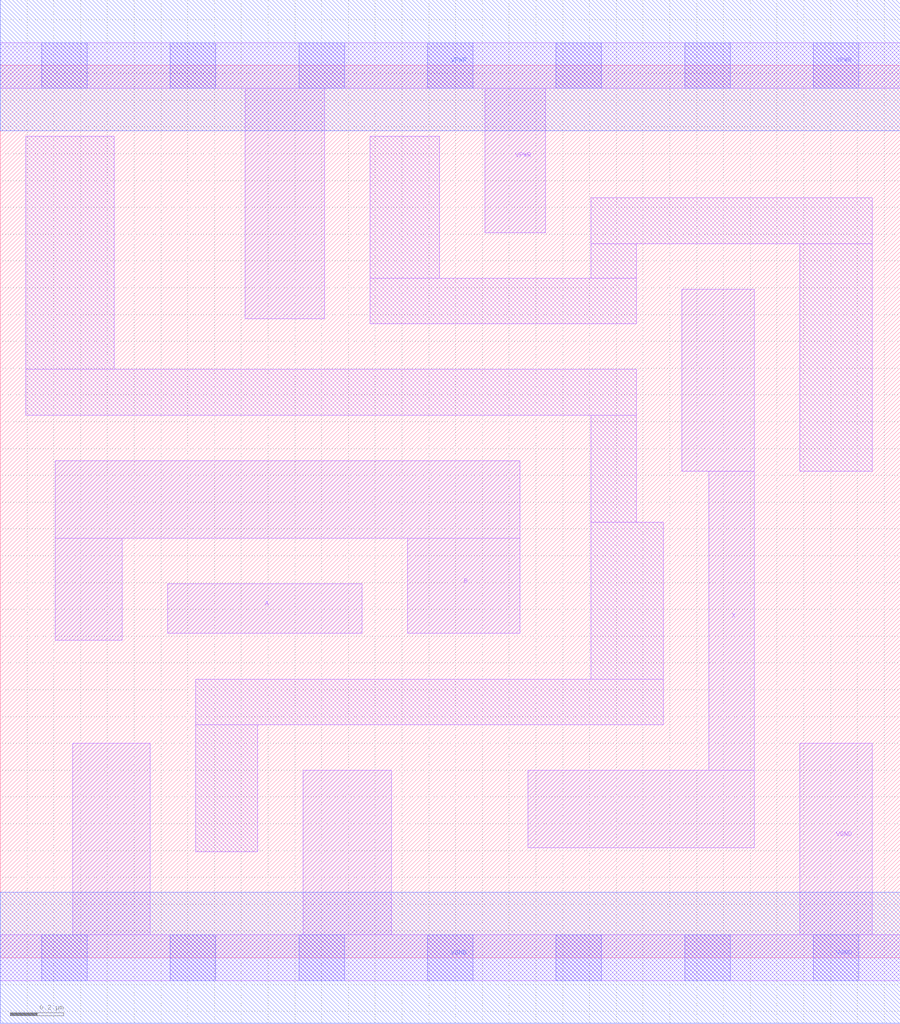
<source format=lef>
# Copyright 2020 The SkyWater PDK Authors
#
# Licensed under the Apache License, Version 2.0 (the "License");
# you may not use this file except in compliance with the License.
# You may obtain a copy of the License at
#
#     https://www.apache.org/licenses/LICENSE-2.0
#
# Unless required by applicable law or agreed to in writing, software
# distributed under the License is distributed on an "AS IS" BASIS,
# WITHOUT WARRANTIES OR CONDITIONS OF ANY KIND, either express or implied.
# See the License for the specific language governing permissions and
# limitations under the License.
#
# SPDX-License-Identifier: Apache-2.0

VERSION 5.7 ;
  NAMESCASESENSITIVE ON ;
  NOWIREEXTENSIONATPIN ON ;
  DIVIDERCHAR "/" ;
  BUSBITCHARS "[]" ;
UNITS
  DATABASE MICRONS 200 ;
END UNITS
MACRO sky130_fd_sc_lp__xor2_0
  CLASS CORE ;
  SOURCE USER ;
  FOREIGN sky130_fd_sc_lp__xor2_0 ;
  ORIGIN  0.000000  0.000000 ;
  SIZE  3.360000 BY  3.330000 ;
  SYMMETRY X Y R90 ;
  SITE unit ;
  PIN A
    ANTENNAGATEAREA  0.318000 ;
    DIRECTION INPUT ;
    USE SIGNAL ;
    PORT
      LAYER li1 ;
        RECT 0.625000 1.210000 1.350000 1.395000 ;
    END
  END A
  PIN B
    ANTENNAGATEAREA  0.318000 ;
    DIRECTION INPUT ;
    USE SIGNAL ;
    PORT
      LAYER li1 ;
        RECT 0.205000 1.185000 0.455000 1.565000 ;
        RECT 0.205000 1.565000 1.940000 1.855000 ;
        RECT 1.520000 1.210000 1.940000 1.565000 ;
    END
  END B
  PIN X
    ANTENNADIFFAREA  0.516100 ;
    DIRECTION OUTPUT ;
    USE SIGNAL ;
    PORT
      LAYER li1 ;
        RECT 1.970000 0.410000 2.815000 0.700000 ;
        RECT 2.545000 1.815000 2.815000 2.495000 ;
        RECT 2.645000 0.700000 2.815000 1.815000 ;
    END
  END X
  PIN VGND
    DIRECTION INOUT ;
    USE GROUND ;
    PORT
      LAYER li1 ;
        RECT 0.000000 -0.085000 3.360000 0.085000 ;
        RECT 0.270000  0.085000 0.560000 0.800000 ;
        RECT 1.130000  0.085000 1.460000 0.700000 ;
        RECT 2.985000  0.085000 3.255000 0.800000 ;
      LAYER mcon ;
        RECT 0.155000 -0.085000 0.325000 0.085000 ;
        RECT 0.635000 -0.085000 0.805000 0.085000 ;
        RECT 1.115000 -0.085000 1.285000 0.085000 ;
        RECT 1.595000 -0.085000 1.765000 0.085000 ;
        RECT 2.075000 -0.085000 2.245000 0.085000 ;
        RECT 2.555000 -0.085000 2.725000 0.085000 ;
        RECT 3.035000 -0.085000 3.205000 0.085000 ;
      LAYER met1 ;
        RECT 0.000000 -0.245000 3.360000 0.245000 ;
    END
  END VGND
  PIN VPWR
    DIRECTION INOUT ;
    USE POWER ;
    PORT
      LAYER li1 ;
        RECT 0.000000 3.245000 3.360000 3.415000 ;
        RECT 0.915000 2.385000 1.210000 3.245000 ;
        RECT 1.810000 2.705000 2.035000 3.245000 ;
      LAYER mcon ;
        RECT 0.155000 3.245000 0.325000 3.415000 ;
        RECT 0.635000 3.245000 0.805000 3.415000 ;
        RECT 1.115000 3.245000 1.285000 3.415000 ;
        RECT 1.595000 3.245000 1.765000 3.415000 ;
        RECT 2.075000 3.245000 2.245000 3.415000 ;
        RECT 2.555000 3.245000 2.725000 3.415000 ;
        RECT 3.035000 3.245000 3.205000 3.415000 ;
      LAYER met1 ;
        RECT 0.000000 3.085000 3.360000 3.575000 ;
    END
  END VPWR
  OBS
    LAYER li1 ;
      RECT 0.095000 2.025000 2.375000 2.195000 ;
      RECT 0.095000 2.195000 0.425000 3.065000 ;
      RECT 0.730000 0.395000 0.960000 0.870000 ;
      RECT 0.730000 0.870000 2.475000 1.040000 ;
      RECT 1.380000 2.365000 2.375000 2.535000 ;
      RECT 1.380000 2.535000 1.640000 3.065000 ;
      RECT 2.205000 1.040000 2.475000 1.625000 ;
      RECT 2.205000 1.625000 2.375000 2.025000 ;
      RECT 2.205000 2.535000 2.375000 2.665000 ;
      RECT 2.205000 2.665000 3.255000 2.835000 ;
      RECT 2.985000 1.815000 3.255000 2.665000 ;
  END
END sky130_fd_sc_lp__xor2_0

</source>
